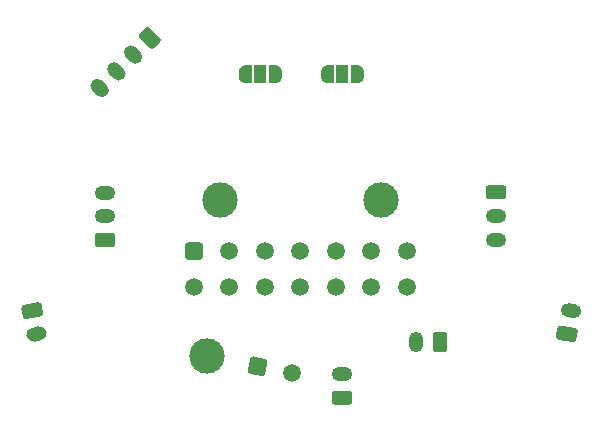
<source format=gbr>
%TF.GenerationSoftware,KiCad,Pcbnew,(5.1.9-0-10_14)*%
%TF.CreationDate,2021-09-13T08:54:23+02:00*%
%TF.ProjectId,v0_miniAB_pancake_board,76305f6d-696e-4694-9142-5f70616e6361,rev?*%
%TF.SameCoordinates,Original*%
%TF.FileFunction,Soldermask,Top*%
%TF.FilePolarity,Negative*%
%FSLAX46Y46*%
G04 Gerber Fmt 4.6, Leading zero omitted, Abs format (unit mm)*
G04 Created by KiCad (PCBNEW (5.1.9-0-10_14)) date 2021-09-13 08:54:23*
%MOMM*%
%LPD*%
G01*
G04 APERTURE LIST*
%ADD10C,0.100000*%
%ADD11R,1.000000X1.500000*%
%ADD12C,1.500000*%
%ADD13C,3.000000*%
%ADD14O,1.750000X1.200000*%
%ADD15O,1.200000X1.750000*%
G04 APERTURE END LIST*
D10*
%TO.C,J11*%
G36*
X102700000Y-86750000D02*
G01*
X102150000Y-86750000D01*
X102150000Y-86749398D01*
X102125466Y-86749398D01*
X102076635Y-86744588D01*
X102028510Y-86735016D01*
X101981555Y-86720772D01*
X101936222Y-86701995D01*
X101892949Y-86678864D01*
X101852150Y-86651604D01*
X101814221Y-86620476D01*
X101779524Y-86585779D01*
X101748396Y-86547850D01*
X101721136Y-86507051D01*
X101698005Y-86463778D01*
X101679228Y-86418445D01*
X101664984Y-86371490D01*
X101655412Y-86323365D01*
X101650602Y-86274534D01*
X101650602Y-86250000D01*
X101650000Y-86250000D01*
X101650000Y-85750000D01*
X101650602Y-85750000D01*
X101650602Y-85725466D01*
X101655412Y-85676635D01*
X101664984Y-85628510D01*
X101679228Y-85581555D01*
X101698005Y-85536222D01*
X101721136Y-85492949D01*
X101748396Y-85452150D01*
X101779524Y-85414221D01*
X101814221Y-85379524D01*
X101852150Y-85348396D01*
X101892949Y-85321136D01*
X101936222Y-85298005D01*
X101981555Y-85279228D01*
X102028510Y-85264984D01*
X102076635Y-85255412D01*
X102125466Y-85250602D01*
X102150000Y-85250602D01*
X102150000Y-85250000D01*
X102700000Y-85250000D01*
X102700000Y-86750000D01*
G37*
D11*
X103450000Y-86000000D03*
D10*
G36*
X104750000Y-85250602D02*
G01*
X104774534Y-85250602D01*
X104823365Y-85255412D01*
X104871490Y-85264984D01*
X104918445Y-85279228D01*
X104963778Y-85298005D01*
X105007051Y-85321136D01*
X105047850Y-85348396D01*
X105085779Y-85379524D01*
X105120476Y-85414221D01*
X105151604Y-85452150D01*
X105178864Y-85492949D01*
X105201995Y-85536222D01*
X105220772Y-85581555D01*
X105235016Y-85628510D01*
X105244588Y-85676635D01*
X105249398Y-85725466D01*
X105249398Y-85750000D01*
X105250000Y-85750000D01*
X105250000Y-86250000D01*
X105249398Y-86250000D01*
X105249398Y-86274534D01*
X105244588Y-86323365D01*
X105235016Y-86371490D01*
X105220772Y-86418445D01*
X105201995Y-86463778D01*
X105178864Y-86507051D01*
X105151604Y-86547850D01*
X105120476Y-86585779D01*
X105085779Y-86620476D01*
X105047850Y-86651604D01*
X105007051Y-86678864D01*
X104963778Y-86701995D01*
X104918445Y-86720772D01*
X104871490Y-86735016D01*
X104823365Y-86744588D01*
X104774534Y-86749398D01*
X104750000Y-86749398D01*
X104750000Y-86750000D01*
X104200000Y-86750000D01*
X104200000Y-85250000D01*
X104750000Y-85250000D01*
X104750000Y-85250602D01*
G37*
%TD*%
%TO.C,J10*%
G36*
X95750000Y-86750000D02*
G01*
X95200000Y-86750000D01*
X95200000Y-86749398D01*
X95175466Y-86749398D01*
X95126635Y-86744588D01*
X95078510Y-86735016D01*
X95031555Y-86720772D01*
X94986222Y-86701995D01*
X94942949Y-86678864D01*
X94902150Y-86651604D01*
X94864221Y-86620476D01*
X94829524Y-86585779D01*
X94798396Y-86547850D01*
X94771136Y-86507051D01*
X94748005Y-86463778D01*
X94729228Y-86418445D01*
X94714984Y-86371490D01*
X94705412Y-86323365D01*
X94700602Y-86274534D01*
X94700602Y-86250000D01*
X94700000Y-86250000D01*
X94700000Y-85750000D01*
X94700602Y-85750000D01*
X94700602Y-85725466D01*
X94705412Y-85676635D01*
X94714984Y-85628510D01*
X94729228Y-85581555D01*
X94748005Y-85536222D01*
X94771136Y-85492949D01*
X94798396Y-85452150D01*
X94829524Y-85414221D01*
X94864221Y-85379524D01*
X94902150Y-85348396D01*
X94942949Y-85321136D01*
X94986222Y-85298005D01*
X95031555Y-85279228D01*
X95078510Y-85264984D01*
X95126635Y-85255412D01*
X95175466Y-85250602D01*
X95200000Y-85250602D01*
X95200000Y-85250000D01*
X95750000Y-85250000D01*
X95750000Y-86750000D01*
G37*
D11*
X96500000Y-86000000D03*
D10*
G36*
X97800000Y-85250602D02*
G01*
X97824534Y-85250602D01*
X97873365Y-85255412D01*
X97921490Y-85264984D01*
X97968445Y-85279228D01*
X98013778Y-85298005D01*
X98057051Y-85321136D01*
X98097850Y-85348396D01*
X98135779Y-85379524D01*
X98170476Y-85414221D01*
X98201604Y-85452150D01*
X98228864Y-85492949D01*
X98251995Y-85536222D01*
X98270772Y-85581555D01*
X98285016Y-85628510D01*
X98294588Y-85676635D01*
X98299398Y-85725466D01*
X98299398Y-85750000D01*
X98300000Y-85750000D01*
X98300000Y-86250000D01*
X98299398Y-86250000D01*
X98299398Y-86274534D01*
X98294588Y-86323365D01*
X98285016Y-86371490D01*
X98270772Y-86418445D01*
X98251995Y-86463778D01*
X98228864Y-86507051D01*
X98201604Y-86547850D01*
X98170476Y-86585779D01*
X98135779Y-86620476D01*
X98097850Y-86651604D01*
X98057051Y-86678864D01*
X98013778Y-86701995D01*
X97968445Y-86720772D01*
X97921490Y-86735016D01*
X97873365Y-86744588D01*
X97824534Y-86749398D01*
X97800000Y-86749398D01*
X97800000Y-86750000D01*
X97250000Y-86750000D01*
X97250000Y-85250000D01*
X97800000Y-85250000D01*
X97800000Y-85250602D01*
G37*
%TD*%
D12*
%TO.C,J9*%
X108880000Y-103990000D03*
X105880000Y-103990000D03*
X102880000Y-103990000D03*
X99880000Y-103990000D03*
X96880000Y-103990000D03*
X93880000Y-103990000D03*
X90880000Y-103990000D03*
X108880000Y-100990000D03*
X105880000Y-100990000D03*
X102880000Y-100990000D03*
X99880000Y-100990000D03*
X96880000Y-100990000D03*
X93880000Y-100990000D03*
G36*
G01*
X90130000Y-101490000D02*
X90130000Y-100490000D01*
G75*
G02*
X90380000Y-100240000I250000J0D01*
G01*
X91380000Y-100240000D01*
G75*
G02*
X91630000Y-100490000I0J-250000D01*
G01*
X91630000Y-101490000D01*
G75*
G02*
X91380000Y-101740000I-250000J0D01*
G01*
X90380000Y-101740000D01*
G75*
G02*
X90130000Y-101490000I0J250000D01*
G01*
G37*
D13*
X106740000Y-96670000D03*
X93040000Y-96670000D03*
%TD*%
D14*
%TO.C,J8*%
X83350000Y-96040000D03*
X83350000Y-98040000D03*
G36*
G01*
X83975001Y-100640000D02*
X82724999Y-100640000D01*
G75*
G02*
X82475000Y-100390001I0J249999D01*
G01*
X82475000Y-99689999D01*
G75*
G02*
X82724999Y-99440000I249999J0D01*
G01*
X83975001Y-99440000D01*
G75*
G02*
X84225000Y-99689999I0J-249999D01*
G01*
X84225000Y-100390001D01*
G75*
G02*
X83975001Y-100640000I-249999J0D01*
G01*
G37*
%TD*%
%TO.C,J7*%
X116450000Y-100000000D03*
X116450000Y-98000000D03*
G36*
G01*
X115824999Y-95400000D02*
X117075001Y-95400000D01*
G75*
G02*
X117325000Y-95649999I0J-249999D01*
G01*
X117325000Y-96350001D01*
G75*
G02*
X117075001Y-96600000I-249999J0D01*
G01*
X115824999Y-96600000D01*
G75*
G02*
X115575000Y-96350001I0J249999D01*
G01*
X115575000Y-95649999D01*
G75*
G02*
X115824999Y-95400000I249999J0D01*
G01*
G37*
%TD*%
D15*
%TO.C,J6*%
X109710000Y-108680000D03*
G36*
G01*
X112310000Y-108054999D02*
X112310000Y-109305001D01*
G75*
G02*
X112060001Y-109555000I-249999J0D01*
G01*
X111359999Y-109555000D01*
G75*
G02*
X111110000Y-109305001I0J249999D01*
G01*
X111110000Y-108054999D01*
G75*
G02*
X111359999Y-107805000I249999J0D01*
G01*
X112060001Y-107805000D01*
G75*
G02*
X112310000Y-108054999I0J-249999D01*
G01*
G37*
%TD*%
%TO.C,J5*%
G36*
G01*
X122963929Y-106669022D02*
X122422285Y-106573516D01*
G75*
G02*
X121935589Y-105878442I104189J590885D01*
G01*
X121935589Y-105878442D01*
G75*
G02*
X122630663Y-105391746I590885J-104189D01*
G01*
X123172307Y-105487252D01*
G75*
G02*
X123659003Y-106182326I-104189J-590885D01*
G01*
X123659003Y-106182326D01*
G75*
G02*
X122963929Y-106669022I-590885J104189D01*
G01*
G37*
G36*
G01*
X122961317Y-108699415D02*
X121730305Y-108482354D01*
G75*
G02*
X121527516Y-108192741I43412J246201D01*
G01*
X121649070Y-107503374D01*
G75*
G02*
X121938683Y-107300585I246201J-43412D01*
G01*
X123169695Y-107517646D01*
G75*
G02*
X123372484Y-107807259I-43412J-246201D01*
G01*
X123250930Y-108496626D01*
G75*
G02*
X122961317Y-108699415I-246201J43412D01*
G01*
G37*
%TD*%
%TO.C,J4*%
G36*
G01*
X77162285Y-107456484D02*
X77703929Y-107360978D01*
G75*
G02*
X78399003Y-107847674I104189J-590885D01*
G01*
X78399003Y-107847674D01*
G75*
G02*
X77912307Y-108542748I-590885J-104189D01*
G01*
X77370663Y-108638254D01*
G75*
G02*
X76675589Y-108151558I-104189J590885D01*
G01*
X76675589Y-108151558D01*
G75*
G02*
X77162285Y-107456484I590885J104189D01*
G01*
G37*
G36*
G01*
X76470305Y-105547646D02*
X77701317Y-105330585D01*
G75*
G02*
X77990930Y-105533374I43412J-246201D01*
G01*
X78112484Y-106222741D01*
G75*
G02*
X77909695Y-106512354I-246201J-43412D01*
G01*
X76678683Y-106729415D01*
G75*
G02*
X76389070Y-106526626I-43412J246201D01*
G01*
X76267516Y-105837259D01*
G75*
G02*
X76470305Y-105547646I246201J43412D01*
G01*
G37*
%TD*%
D14*
%TO.C,J3*%
X103420000Y-111400000D03*
G36*
G01*
X104045001Y-114000000D02*
X102794999Y-114000000D01*
G75*
G02*
X102545000Y-113750001I0J249999D01*
G01*
X102545000Y-113049999D01*
G75*
G02*
X102794999Y-112800000I249999J0D01*
G01*
X104045001Y-112800000D01*
G75*
G02*
X104295000Y-113049999I0J-249999D01*
G01*
X104295000Y-113750001D01*
G75*
G02*
X104045001Y-114000000I-249999J0D01*
G01*
G37*
%TD*%
D12*
%TO.C,J2*%
X99204882Y-111302427D03*
G36*
G01*
X96607707Y-111561625D02*
X95626080Y-111370816D01*
G75*
G02*
X95428375Y-111077707I47702J245407D01*
G01*
X95619184Y-110096080D01*
G75*
G02*
X95912293Y-109898375I245407J-47702D01*
G01*
X96893920Y-110089184D01*
G75*
G02*
X97091625Y-110382293I-47702J-245407D01*
G01*
X96900816Y-111363920D01*
G75*
G02*
X96607707Y-111561625I-245407J47702D01*
G01*
G37*
D13*
X92019371Y-109905705D03*
%TD*%
%TO.C,J1*%
G36*
G01*
X83117169Y-86553923D02*
X83506077Y-86942831D01*
G75*
G02*
X83506077Y-87791359I-424264J-424264D01*
G01*
X83506077Y-87791359D01*
G75*
G02*
X82657549Y-87791359I-424264J424264D01*
G01*
X82268641Y-87402451D01*
G75*
G02*
X82268641Y-86553923I424264J424264D01*
G01*
X82268641Y-86553923D01*
G75*
G02*
X83117169Y-86553923I424264J-424264D01*
G01*
G37*
G36*
G01*
X84531383Y-85139709D02*
X84920291Y-85528617D01*
G75*
G02*
X84920291Y-86377145I-424264J-424264D01*
G01*
X84920291Y-86377145D01*
G75*
G02*
X84071763Y-86377145I-424264J424264D01*
G01*
X83682855Y-85988237D01*
G75*
G02*
X83682855Y-85139709I424264J424264D01*
G01*
X83682855Y-85139709D01*
G75*
G02*
X84531383Y-85139709I424264J-424264D01*
G01*
G37*
G36*
G01*
X85945596Y-83725496D02*
X86334504Y-84114404D01*
G75*
G02*
X86334504Y-84962932I-424264J-424264D01*
G01*
X86334504Y-84962932D01*
G75*
G02*
X85485976Y-84962932I-424264J424264D01*
G01*
X85097068Y-84574024D01*
G75*
G02*
X85097068Y-83725496I424264J424264D01*
G01*
X85097068Y-83725496D01*
G75*
G02*
X85945596Y-83725496I424264J-424264D01*
G01*
G37*
G36*
G01*
X87112322Y-82063793D02*
X87996207Y-82947678D01*
G75*
G02*
X87996207Y-83301230I-176776J-176776D01*
G01*
X87501230Y-83796207D01*
G75*
G02*
X87147678Y-83796207I-176776J176776D01*
G01*
X86263793Y-82912322D01*
G75*
G02*
X86263793Y-82558770I176776J176776D01*
G01*
X86758770Y-82063793D01*
G75*
G02*
X87112322Y-82063793I176776J-176776D01*
G01*
G37*
%TD*%
M02*

</source>
